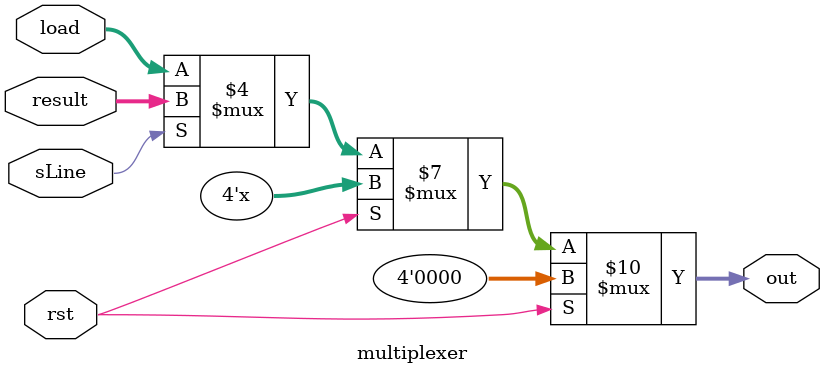
<source format=v>
module multiplexer(rst,sLine,load,result,out);
input rst,sLine;
input [3:0]load,result;
output reg [3:0]out;

always @(*) begin
if(rst) out = 4'd0;
else if(!sLine) out = load;
else out = result;
end

endmodule

</source>
